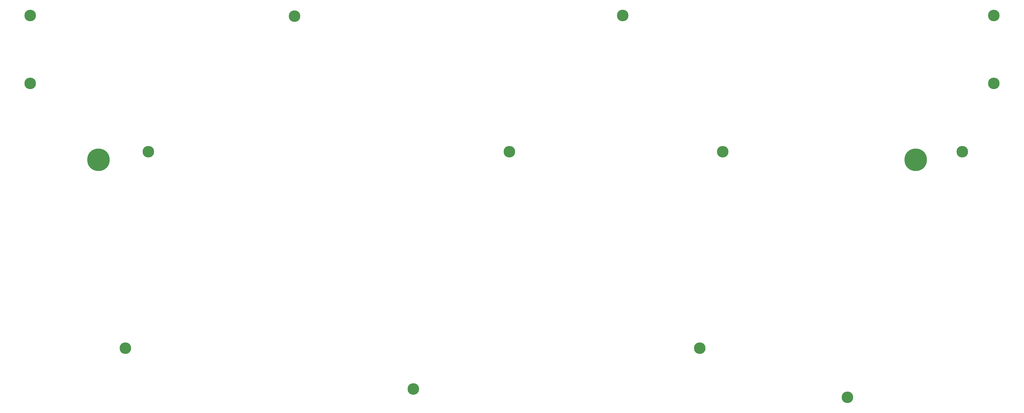
<source format=gbr>
%TF.GenerationSoftware,KiCad,Pcbnew,(5.1.6)-1*%
%TF.CreationDate,2020-06-23T22:59:26-07:00*%
%TF.ProjectId,factorium-bottom,66616374-6f72-4697-956d-2d626f74746f,rev?*%
%TF.SameCoordinates,Original*%
%TF.FileFunction,Soldermask,Top*%
%TF.FilePolarity,Negative*%
%FSLAX46Y46*%
G04 Gerber Fmt 4.6, Leading zero omitted, Abs format (unit mm)*
G04 Created by KiCad (PCBNEW (5.1.6)-1) date 2020-06-23 22:59:26*
%MOMM*%
%LPD*%
G01*
G04 APERTURE LIST*
%ADD10C,4.500000*%
%ADD11C,8.700000*%
G04 APERTURE END LIST*
D10*
%TO.C,REF\u002A\u002A*%
X154940000Y-152400000D03*
%TD*%
D11*
%TO.C,REF\u002A\u002A*%
X135670600Y-155473400D03*
%TD*%
%TO.C,REF\u002A\u002A*%
X451900600Y-155473400D03*
%TD*%
D10*
%TO.C,REF\u002A\u002A*%
X482123750Y-125888750D03*
%TD*%
%TO.C,REF\u002A\u002A*%
X338455000Y-99536250D03*
%TD*%
%TO.C,REF\u002A\u002A*%
X257489595Y-244428110D03*
%TD*%
%TO.C,REF\u002A\u002A*%
X482123750Y-99536250D03*
%TD*%
%TO.C,REF\u002A\u002A*%
X109220000Y-125888750D03*
%TD*%
%TO.C,REF\u002A\u002A*%
X109220000Y-99536250D03*
%TD*%
%TO.C,REF\u002A\u002A*%
X146050000Y-228600000D03*
%TD*%
%TO.C,REF\u002A\u002A*%
X425450000Y-247650000D03*
%TD*%
%TO.C,REF\u002A\u002A*%
X294640000Y-152400000D03*
%TD*%
%TO.C,REF\u002A\u002A*%
X368300000Y-228600000D03*
%TD*%
%TO.C,REF\u002A\u002A*%
X211455000Y-99811251D03*
%TD*%
%TO.C,REF\u002A\u002A*%
X469900000Y-152400000D03*
%TD*%
%TO.C,H1*%
X377190000Y-152400000D03*
%TD*%
M02*

</source>
